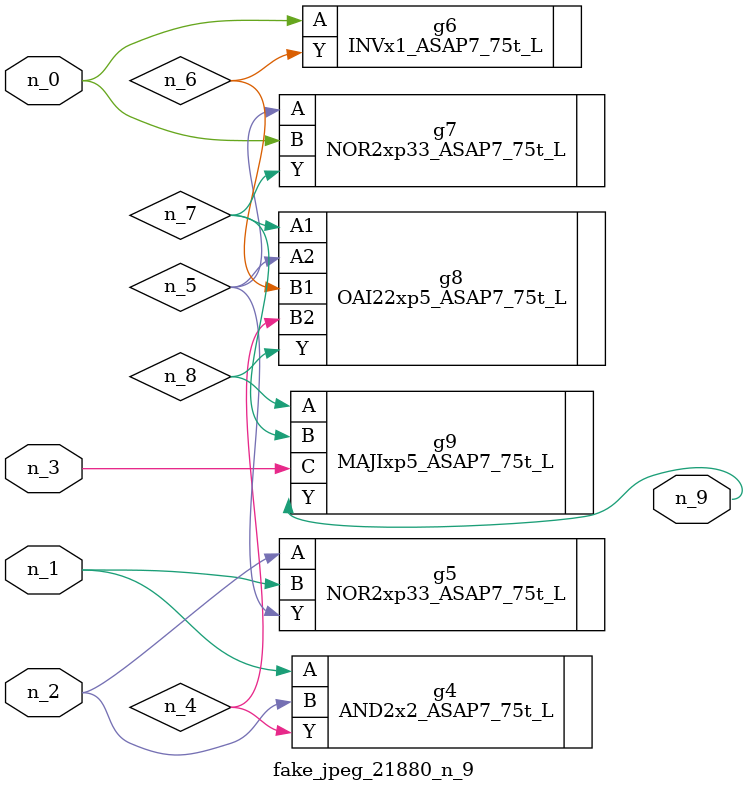
<source format=v>
module fake_jpeg_21880_n_9 (n_0, n_3, n_2, n_1, n_9);

input n_0;
input n_3;
input n_2;
input n_1;

output n_9;

wire n_4;
wire n_8;
wire n_6;
wire n_5;
wire n_7;

AND2x2_ASAP7_75t_L g4 ( 
.A(n_1),
.B(n_2),
.Y(n_4)
);

NOR2xp33_ASAP7_75t_L g5 ( 
.A(n_2),
.B(n_1),
.Y(n_5)
);

INVx1_ASAP7_75t_L g6 ( 
.A(n_0),
.Y(n_6)
);

NOR2xp33_ASAP7_75t_L g7 ( 
.A(n_5),
.B(n_0),
.Y(n_7)
);

OAI22xp5_ASAP7_75t_L g8 ( 
.A1(n_7),
.A2(n_5),
.B1(n_6),
.B2(n_4),
.Y(n_8)
);

MAJIxp5_ASAP7_75t_L g9 ( 
.A(n_8),
.B(n_7),
.C(n_3),
.Y(n_9)
);


endmodule
</source>
